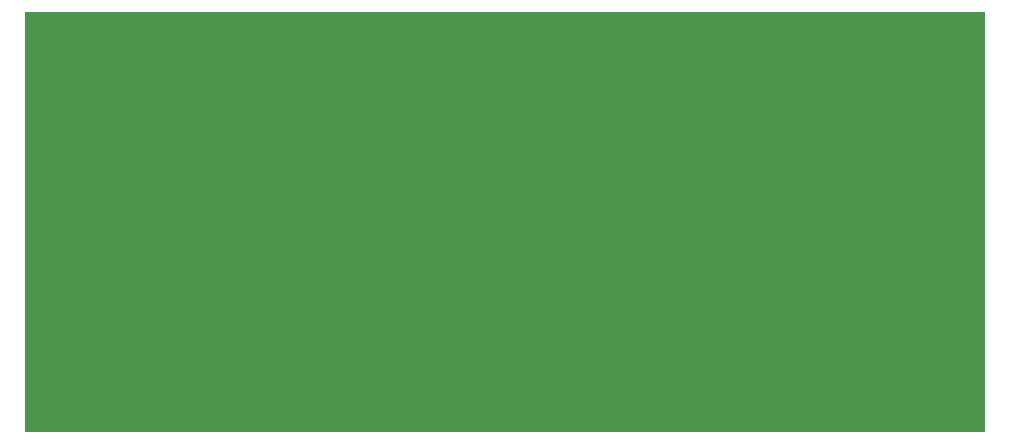
<source format=gbr>
G04 DipTrace 2.4.0.2*
%INBoard.gbr*%
%MOIN*%
%ADD11C,0.006*%
%FSLAX44Y44*%
G04*
G70*
G90*
G75*
G01*
%LNBoardPoly*%
%LPD*%
G36*
X3940Y3940D2*
D11*
X35940D1*
Y17940D1*
X3940D1*
Y3940D1*
G37*
M02*

</source>
